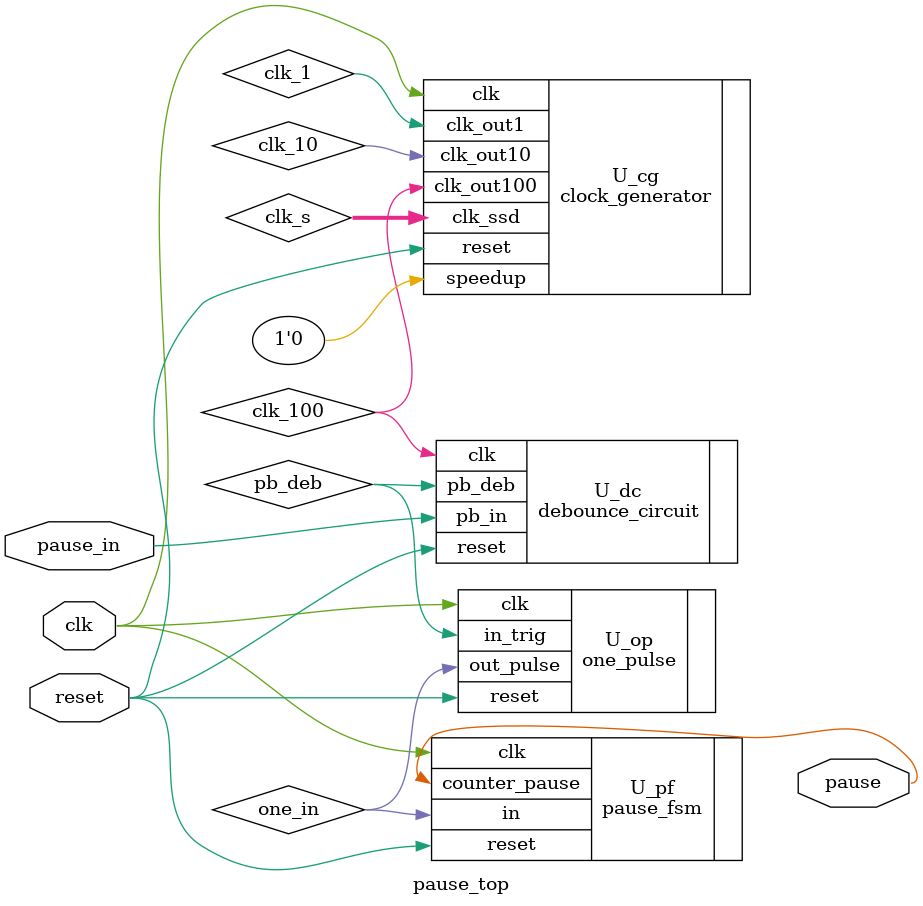
<source format=v>
module pause_top(
    clk, // Clock from crystal
    reset, //active low reset
    pause_in, //push button input
    pause
);
// Declare I/Os
input clk; // Clock from crystal
input reset; //active low reset
input pause_in; //push button input
output pause;
// Declare internal nodes
wire [1:0] clk_s;
wire pb_deb, clk_1, clk_10, clk_100, one_in; // push button debounced out
// Clock generator module
clock_generator U_cg(
    .clk(clk), // clock from crystal
    .reset(reset), // active low reset
    .speedup(1'b0),
    .clk_out1(clk_1), // generated 1 Hz clock
    .clk_out10(clk_10),
    .clk_out100(clk_100), // generated 100 Hz clock
    .clk_ssd(clk_s)
);
// debounce circuit
debounce_circuit U_dc(
    .clk(clk_100), // clock control
    .reset(reset), // reset
    .pb_in(pause_in), //push button input
    .pb_deb(pb_deb) // debounced push button out
);
   // 1 pulse generation circuit
one_pulse U_op(
    .clk(clk), // clock input
    .reset(reset), //active low reset
    .in_trig(pb_deb), // input trigger
    .out_pulse(one_in) // output one pulse
);
pause_fsm U_pf(
    .clk(clk),
    .reset(reset),
    .in(one_in),
    .counter_pause(pause)
);
endmodule
   
</source>
